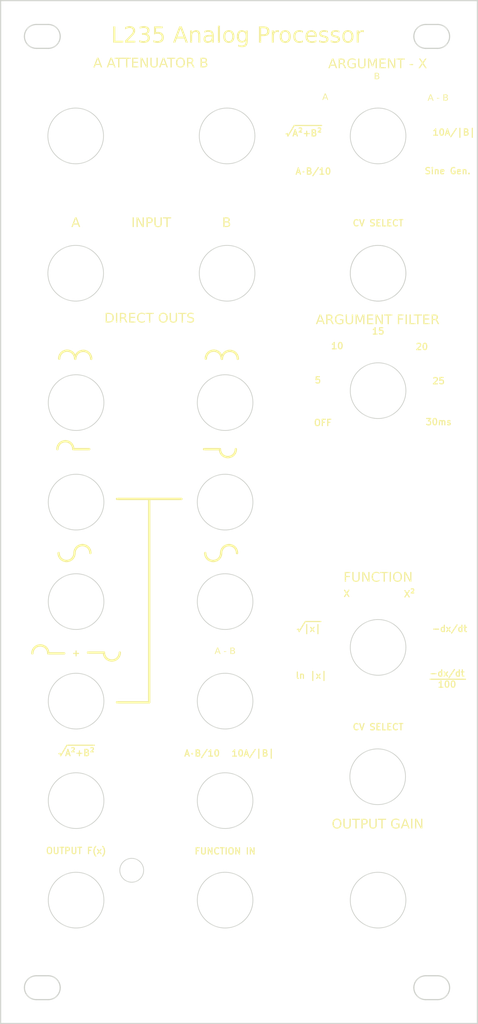
<source format=kicad_pcb>
(kicad_pcb (version 20221018) (generator pcbnew)
  (layers (0 "F.Cu" signal) (31 "B.Cu" signal) (34 "B.Paste" user) (35 "F.Paste" user) (36 "B.SilkS" user "B.Silkscreen") (37 "F.SilkS" user "F.Silkscreen") (38 "B.Mask" user) (39 "F.Mask" user) (44 "Edge.Cuts" user))
  (net 0 "")
  (gr_arc (start 87.6 64.75) (mid 88.6 63.75) (end 89.6 64.75) (stroke (width 0.3)) (layer "F.SilkS"))
  (gr_line (start 78.45 82.35) (end 78.45 107.9) (stroke (width 0.3)) (layer "F.SilkS"))
  (gr_arc (start 67.125 64.725) (mid 68.125 63.725) (end 69.125 64.725) (stroke (width 0.3)) (layer "F.SilkS"))
  (gr_line (start 98.1 97.75) (end 100.05 97.75) (stroke (width 0.15)) (layer "F.SilkS"))
  (gr_line (start 65.75 101.75) (end 67.75 101.75) (stroke (width 0.3)) (layer "F.SilkS"))
  (gr_arc (start 74.75 101.65) (mid 73.75 102.65) (end 72.75 101.65) (stroke (width 0.3)) (layer "F.SilkS"))
  (gr_line (start 72.75 101.65) (end 70.75 101.65) (stroke (width 0.3)) (layer "F.SilkS"))
  (gr_arc (start 89.35 76.1) (mid 88.35 77.1) (end 87.35 76.1) (stroke (width 0.3)) (layer "F.SilkS"))
  (gr_line (start 87.35 76.1) (end 85.35 76.1) (stroke (width 0.3)) (layer "F.SilkS"))
  (gr_arc (start 69.05 89.15) (mid 70.05 88.15) (end 71.05 89.15) (stroke (width 0.3)) (layer "F.SilkS"))
  (gr_arc (start 87.5 89.15) (mid 88.5 88.15) (end 89.5 89.15) (stroke (width 0.3)) (layer "F.SilkS"))
  (gr_line (start 113.8 105) (end 118.25 105) (stroke (width 0.15)) (layer "F.SilkS"))
  (gr_line (start 78.45 107.9) (end 74.4 107.9) (stroke (width 0.3)) (layer "F.SilkS"))
  (gr_arc (start 85.575 64.725) (mid 86.575 63.725) (end 87.575 64.725) (stroke (width 0.3)) (layer "F.SilkS"))
  (gr_arc (start 69.15 64.75) (mid 70.15 63.75) (end 71.15 64.75) (stroke (width 0.3)) (layer "F.SilkS"))
  (gr_arc (start 66.9 76.1) (mid 67.9 75.1) (end 68.9 76.1) (stroke (width 0.3)) (layer "F.SilkS"))
  (gr_arc (start 87.5 89.15) (mid 86.5 90.15) (end 85.5 89.15) (stroke (width 0.3)) (layer "F.SilkS"))
  (gr_arc (start 69.05 89.15) (mid 68.05 90.15) (end 67.05 89.15) (stroke (width 0.3)) (layer "F.SilkS"))
  (gr_line (start 68.9 76.1) (end 70.9 76.1) (stroke (width 0.3)) (layer "F.SilkS"))
  (gr_line (start 96.7 35.4375) (end 96.5 35.7625) (stroke (width 0.15)) (layer "F.SilkS"))
  (gr_line (start 98.1 97.75) (end 97.9 98.05) (stroke (width 0.15)) (layer "F.SilkS"))
  (gr_line (start 68.1 113.2875) (end 67.9 113.6125) (stroke (width 0.15)) (layer "F.SilkS"))
  (gr_arc (start 63.75 101.75) (mid 64.75 100.75) (end 65.75 101.75) (stroke (width 0.3)) (layer "F.SilkS"))
  (gr_line (start 68.1 113.2875) (end 71.55 113.2875) (stroke (width 0.15)) (layer "F.SilkS"))
  (gr_line (start 96.7 35.4375) (end 100.15 35.4375) (stroke (width 0.15)) (layer "F.SilkS"))
  (gr_line (start 82.5 82.35) (end 74.4 82.35) (stroke (width 0.3)) (layer "F.SilkS"))
  (gr_arc (start 113.25 25.75) (mid 112.18934 25.31066) (end 111.75 24.25) (stroke (width 0.15)) (layer "Edge.Cuts"))
  (gr_arc (start 62.75 24.25) (mid 63.18934 23.18934) (end 64.25 22.75) (stroke (width 0.15)) (layer "Edge.Cuts"))
  (gr_circle (center 107.25 101) (end 110.75 101) (stroke (width 0.1)) (fill none) (layer "Edge.Cuts"))
  (gr_line (start 65.75 25.75) (end 64.25 25.75) (stroke (width 0.15)) (layer "Edge.Cuts"))
  (gr_circle (center 69.25 82.75) (end 72.75 82.75) (stroke (width 0.1)) (fill none) (layer "Edge.Cuts"))
  (gr_line (start 64.25 22.75) (end 65.75 22.75) (stroke (width 0.15)) (layer "Edge.Cuts"))
  (gr_circle (center 88 132.75) (end 91.5 132.75) (stroke (width 0.1)) (fill none) (layer "Edge.Cuts"))
  (gr_arc (start 116.25 143.75) (mid 115.81066 144.81066) (end 114.75 145.25) (stroke (width 0.15)) (layer "Edge.Cuts"))
  (gr_circle (center 88 95.25) (end 91.5 95.25) (stroke (width 0.1)) (fill none) (layer "Edge.Cuts"))
  (gr_circle (center 88 82.75) (end 91.5 82.75) (stroke (width 0.1)) (fill none) (layer "Edge.Cuts"))
  (gr_line (start 67.25 24.25) (end 67.25 24.25) (stroke (width 0.15)) (layer "Edge.Cuts"))
  (gr_arc (start 64.25 145.25) (mid 63.18934 144.81066) (end 62.75 143.75) (stroke (width 0.15)) (layer "Edge.Cuts"))
  (gr_circle (center 69.25 107.75) (end 72.75 107.75) (stroke (width 0.1)) (fill none) (layer "Edge.Cuts"))
  (gr_line (start 65.75 145.25) (end 64.25 145.25) (stroke (width 0.15)) (layer "Edge.Cuts"))
  (gr_line (start 62.75 143.75) (end 62.75 143.75) (stroke (width 0.15)) (layer "Edge.Cuts"))
  (gr_line (start 111.75 24.25) (end 111.75 24.25) (stroke (width 0.15)) (layer "Edge.Cuts"))
  (gr_circle (center 88 107.75) (end 91.5 107.75) (stroke (width 0.1)) (fill none) (layer "Edge.Cuts"))
  (gr_circle (center 88.25 36.75) (end 91.75 36.75) (stroke (width 0.1)) (fill none) (layer "Edge.Cuts"))
  (gr_circle (center 88 70.25) (end 91.5 70.25) (stroke (width 0.1)) (fill none) (layer "Edge.Cuts"))
  (gr_line (start 64.25 142.25) (end 65.75 142.25) (stroke (width 0.15)) (layer "Edge.Cuts"))
  (gr_arc (start 65.75 22.75) (mid 66.81066 23.18934) (end 67.25 24.25) (stroke (width 0.15)) (layer "Edge.Cuts"))
  (gr_line (start 114.75 25.75) (end 113.25 25.75) (stroke (width 0.15)) (layer "Edge.Cuts"))
  (gr_line (start 111.75 143.75) (end 111.75 143.75) (stroke (width 0.15)) (layer "Edge.Cuts"))
  (gr_arc (start 114.75 142.25) (mid 115.81066 142.68934) (end 116.25 143.75) (stroke (width 0.15)) (layer "Edge.Cuts"))
  (gr_circle (center 69.25 95.25) (end 72.75 95.25) (stroke (width 0.1)) (fill none) (layer "Edge.Cuts"))
  (gr_circle (center 69.25 132.75) (end 72.75 132.75) (stroke (width 0.1)) (fill none) (layer "Edge.Cuts"))
  (gr_arc (start 116.25 24.25) (mid 115.81066 25.31066) (end 114.75 25.75) (stroke (width 0.15)) (layer "Edge.Cuts"))
  (gr_line (start 116.25 24.25) (end 116.25 24.25) (stroke (width 0.15)) (layer "Edge.Cuts"))
  (gr_circle (center 107.25 36.75) (end 110.75 36.75) (stroke (width 0.1)) (fill none) (layer "Edge.Cuts"))
  (gr_line (start 114.75 145.25) (end 113.25 145.25) (stroke (width 0.15)) (layer "Edge.Cuts"))
  (gr_circle (center 107.25 54) (end 110.75 54) (stroke (width 0.1)) (fill none) (layer "Edge.Cuts"))
  (gr_circle (center 107.25 132.75) (end 110.75 132.75) (stroke (width 0.1)) (fill none) (layer "Edge.Cuts"))
  (gr_line (start 113.25 22.75) (end 114.75 22.75) (stroke (width 0.15)) (layer "Edge.Cuts"))
  (gr_line (start 113.25 142.25) (end 114.75 142.25) (stroke (width 0.15)) (layer "Edge.Cuts"))
  (gr_arc (start 67.25 143.75) (mid 66.81066 144.81066) (end 65.75 145.25) (stroke (width 0.15)) (layer "Edge.Cuts"))
  (gr_line (start 62.75 24.25) (end 62.75 24.25) (stroke (width 0.15)) (layer "Edge.Cuts"))
  (gr_arc (start 111.75 24.25) (mid 112.18934 23.18934) (end 113.25 22.75) (stroke (width 0.15)) (layer "Edge.Cuts"))
  (gr_circle (center 69.25 70.25) (end 72.75 70.25) (stroke (width 0.1)) (fill none) (layer "Edge.Cuts"))
  (gr_circle (center 88 120.25) (end 91.5 120.25) (stroke (width 0.1)) (fill none) (layer "Edge.Cuts"))
  (gr_line (start 116.25 143.75) (end 116.25 143.75) (stroke (width 0.15)) (layer "Edge.Cuts"))
  (gr_arc (start 65.75 142.25) (mid 66.81066 142.68934) (end 67.25 143.75) (stroke (width 0.15)) (layer "Edge.Cuts"))
  (gr_arc (start 67.25 24.25) (mid 66.81066 25.31066) (end 65.75 25.75) (stroke (width 0.15)) (layer "Edge.Cuts"))
  (gr_circle (center 88.25 54) (end 91.75 54) (stroke (width 0.1)) (fill none) (layer "Edge.Cuts"))
  (gr_circle (center 69.25 120.25) (end 72.75 120.25) (stroke (width 0.1)) (fill none) (layer "Edge.Cuts"))
  (gr_circle (center 69.2 54) (end 72.7 54) (stroke (width 0.1)) (fill none) (layer "Edge.Cuts"))
  (gr_arc (start 111.75 143.75) (mid 112.18934 142.68934) (end 113.25 142.25) (stroke (width 0.15)) (layer "Edge.Cuts"))
  (gr_circle (center 107.25 54) (end 110.75 54) (stroke (width 0.1)) (fill none) (layer "Edge.Cuts"))
  (gr_arc (start 62.75 143.75) (mid 63.18934 142.68934) (end 64.25 142.25) (stroke (width 0.15)) (layer "Edge.Cuts"))
  (gr_line (start 67.25 143.75) (end 67.25 143.75) (stroke (width 0.15)) (layer "Edge.Cuts"))
  (gr_circle (center 107.25 68.75) (end 110.75 68.75) (stroke (width 0.1)) (fill none) (layer "Edge.Cuts"))
  (gr_circle (center 69.2 36.75) (end 72.7 36.75) (stroke (width 0.1)) (fill none) (layer "Edge.Cuts"))
  (gr_circle (center 76.25 129) (end 77.75 129) (stroke (width 0.1)) (fill none) (layer "Edge.Cuts"))
  (gr_circle (center 107.2 117.25) (end 110.7 117.25) (stroke (width 0.1)) (fill none) (layer "Edge.Cuts"))
  (gr_arc (start 114.75 22.75) (mid 115.81066 23.18934) (end 116.25 24.25) (stroke (width 0.15)) (layer "Edge.Cuts"))
  (gr_arc (start 64.25 25.75) (mid 63.18934 25.31066) (end 62.75 24.25) (stroke (width 0.15)) (layer "Edge.Cuts"))
  (gr_arc (start 113.25 145.25) (mid 112.18934 144.81066) (end 111.75 143.75) (stroke (width 0.15)) (layer "Edge.Cuts"))
  (gr_rect (start 59.75 19.75) (end 119.75 148.25) (stroke (width 0.15)) (fill none) (layer "Edge.Cuts"))
  (gr_text "X²" (at 111.2 94.3) (layer "F.SilkS") (effects (font (size 0.8 0.8) (thickness 0.15) bold)))
  (gr_text "20" (at 111.9 63.7) (layer "F.SilkS") (effects (font (size 0.8 0.8)) (justify left bottom)))
  (gr_text "15" (at 106.4 61.75) (layer "F.SilkS") (effects (font (size 0.8 0.8)) (justify left bottom)))
  (gr_text "25" (at 114 68) (layer "F.SilkS") (effects (font (size 0.8 0.8)) (justify left bottom)))
  (gr_text "30ms" (at 113.15 73.15) (layer "F.SilkS") (effects (font (size 0.8 0.8)) (justify left bottom)))
  (gr_text "A            INPUT            B" (at 78.7 47.7) (layer "F.SilkS") (effects (font (size 1.2 1.2))))
  (gr_text "√A²+B²" (at 97.85 36.4) (layer "F.SilkS") (effects (font (size 0.8 0.8) (thickness 0.15) bold)))
  (gr_text "ln |x|" (at 96.8 105) (layer "F.SilkS") (effects (font (size 0.8 0.8)) (justify left bottom)))
  (gr_text "ARGUMENT - X" (at 107.2 27.75) (layer "F.SilkS") (effects (font (size 1.2 1.2))))
  (gr_text "Sine Gen." (at 116 41.15) (layer "F.SilkS") (effects (font (size 0.8 0.8) (thickness 0.15) bold)))
  (gr_text "OFF" (at 99.1 73.25) (layer "F.SilkS") (effects (font (size 0.8 0.8)) (justify left bottom)))
  (gr_text "√|x|" (at 98.5 98.65) (layer "F.SilkS") (effects (font (size 0.8 0.8) (thickness 0.15) bold)))
  (gr_text "ARGUMENT FILTER" (at 107.2 59.9) (layer "F.SilkS") (effects (font (size 1.2 1.2))))
  (gr_text "X" (at 103.3 94.25) (layer "F.SilkS") (effects (font (size 0.8 0.8) (thickness 0.15) bold)))
  (gr_text "A - B" (at 88 101.5) (layer "F.SilkS") (effects (font (size 0.8 0.8))))
  (gr_text "5" (at 100.15 67.9) (layer "F.SilkS") (effects (font (size 0.8 0.8)) (justify right bottom)))
  (gr_text "√A²+B²" (at 69.25 114.25) (layer "F.SilkS") (effects (font (size 0.8 0.8) (thickness 0.15) bold)))
  (gr_text "A·B/10" (at 99.1 41.2) (layer "F.SilkS") (effects (font (size 0.8 0.8) (thickness 0.15) bold)))
  (gr_text "L235 Analog Processor" (at 89.55 24.2) (layer "F.SilkS") (effects (font (size 2 2))))
  (gr_text "OUTPUT GAIN" (at 107.2 123.25) (layer "F.SilkS") (effects (font (size 1.2 1.2))))
  (gr_text "10A/|B|" (at 116.8 36.3) (layer "F.SilkS") (effects (font (size 0.8 0.8) (thickness 0.15) bold)))
  (gr_text "OUTPUT F(x)" (at 69.25 126.55) (layer "F.SilkS") (effects (font (size 0.8 0.8) (thickness 0.15) bold)))
  (gr_text "A·B/10" (at 85.1 114.3) (layer "F.SilkS") (effects (font (size 0.8 0.8) (thickness 0.15) bold)))
  (gr_text "DIRECT OUTS" (at 78.5 59.7) (layer "F.SilkS") (effects (font (size 1.2 1.2))))
  (gr_text "FUNCTION IN" (at 88 126.6) (layer "F.SilkS") (effects (font (size 0.8 0.8) (thickness 0.15) bold)))
  (gr_text "10A/|B|" (at 91.5 114.3) (layer "F.SilkS") (effects (font (size 0.8 0.8) (thickness 0.15) bold)))
  (gr_text "-dx/dt" (at 115.925 104.25) (layer "F.SilkS") (effects (font (size 0.8 0.8) (thickness 0.15) bold)))
  (gr_text "CV SELECT" (at 107.25 47.7) (layer "F.SilkS") (effects (font (size 0.8 0.8) (thickness 0.15) bold)))
  (gr_text "10" (at 101.25 63.6) (layer "F.SilkS") (effects (font (size 0.8 0.8)) (justify left bottom)))
  (gr_text "100" (at 115.925 105.65) (layer "F.SilkS") (effects (font (size 0.8 0.8) (thickness 0.15) bold)))
  (gr_text "A - B" (at 114.8 32) (layer "F.SilkS") (effects (font (size 0.8 0.8))))
  (gr_text "A" (at 100.6 31.9) (layer "F.SilkS") (effects (font (size 0.8 0.8))))
  (gr_text "B" (at 107.1 29.3) (layer "F.SilkS") (effects (font (size 0.8 0.8))))
  (gr_text "FUNCTION" (at 107.25 92.25) (layer "F.SilkS") (effects (font (size 1.2 1.2))))
  (gr_text "+" (at 69.25 101.7) (layer "F.SilkS") (effects (font (size 0.8 0.8) (thickness 0.15) bold)))
  (gr_text "A ATTENUATOR B" (at 78.65 27.65) (layer "F.SilkS") (effects (font (size 1.2 1.2))))
  (gr_text "-dx/dt" (at 116.25 98.65) (layer "F.SilkS") (effects (font (size 0.8 0.8) (thickness 0.15) bold)))
  (gr_text "CV SELECT" (at 107.25 111) (layer "F.SilkS") (effects (font (size 0.8 0.8) (thickness 0.15) bold)))
)
</source>
